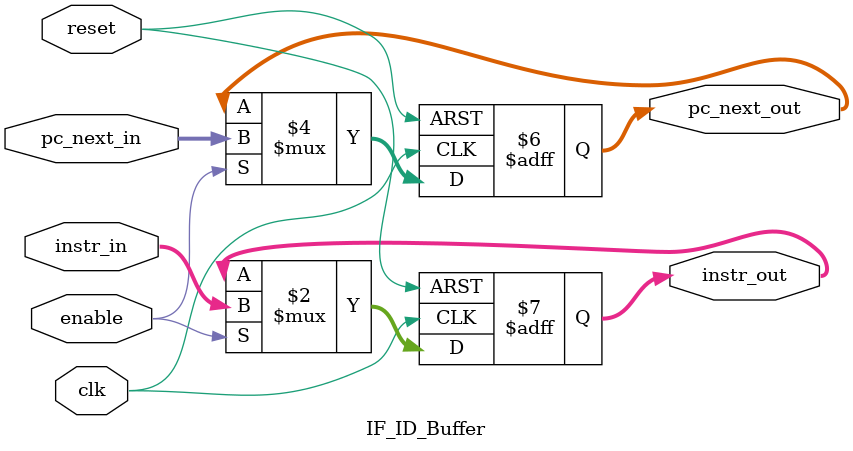
<source format=v>
`timescale 1ns/1ns
module IF_ID_Buffer (
    input clk,
    input reset,
    input enable, // <--- NUEVO
    input [31:0] pc_next_in,
    input [31:0] instr_in,
    output reg [31:0] pc_next_out,
    output reg [31:0] instr_out
);
    always @(posedge clk or posedge reset) begin
        if (reset) begin
            pc_next_out <= 32'b0; instr_out <= 32'b0;
        end else if (enable) begin // Solo escribe si enable = 1
            pc_next_out <= pc_next_in; instr_out <= instr_in;
        end
    end
endmodule
</source>
